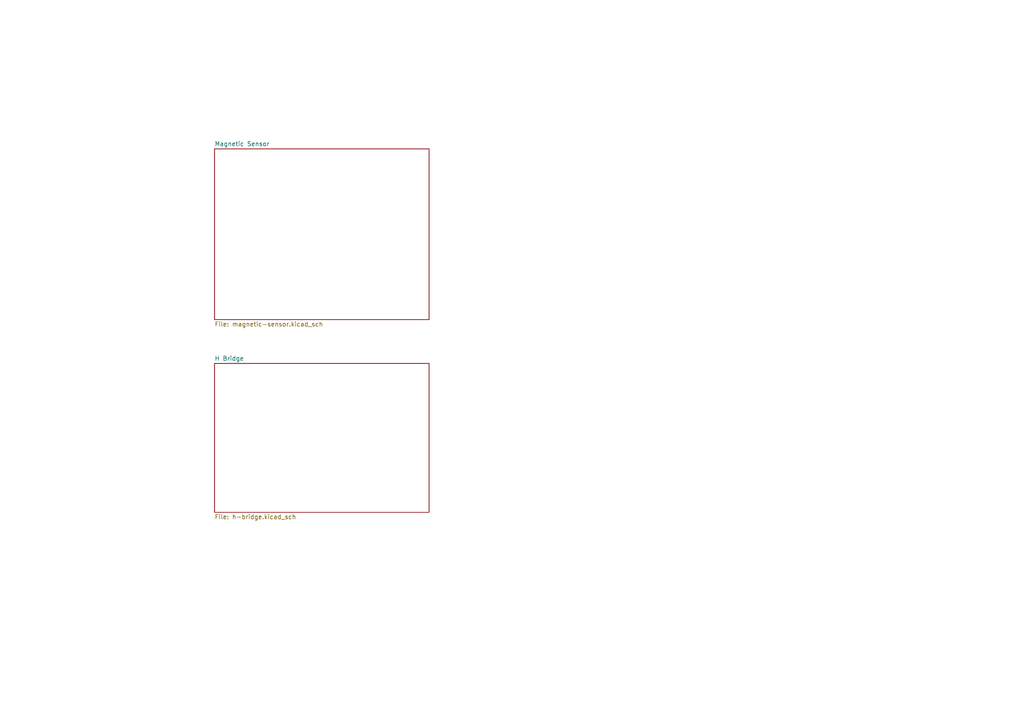
<source format=kicad_sch>
(kicad_sch (version 20211123) (generator eeschema)
  (paper "A4")
  (lib_symbols)
  (sheet (at 62.23 43.18) (size 62.23 49.53) (stroke (width 0.1524))
    (property "Sheet name" "Magnetic Sensor" (at 62.23 42.4684 0) (effects (justify left bottom)))
    (property "Sheet file" "magnetic-sensor.kicad_sch" (at 62.23 93.2946 0) (effects (justify left top)))
  )
  (sheet (at 62.23 105.41) (size 62.23 43.18) (stroke (width 0.1524))
    (property "Sheet name" "H Bridge" (at 62.23 104.6984 0) (effects (justify left bottom)))
    (property "Sheet file" "h-bridge.kicad_sch" (at 62.23 149.1746 0) (effects (justify left top)))
  )
)
</source>
